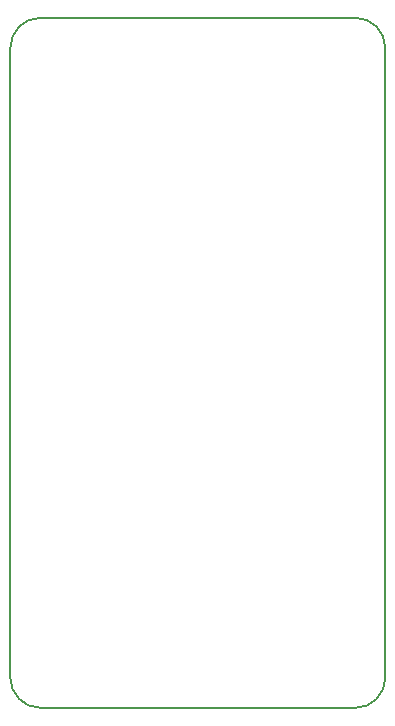
<source format=gm1>
G04 #@! TF.FileFunction,Profile,NP*
%FSLAX46Y46*%
G04 Gerber Fmt 4.6, Leading zero omitted, Abs format (unit mm)*
G04 Created by KiCad (PCBNEW 4.0.1-stable) date 2018/10/11 18:19:22*
%MOMM*%
G01*
G04 APERTURE LIST*
%ADD10C,0.100000*%
%ADD11C,0.150000*%
G04 APERTURE END LIST*
D10*
D11*
X170180000Y-107950000D02*
X171450000Y-107950000D01*
X170180000Y-166370000D02*
X171450000Y-166370000D01*
X142240000Y-163830000D02*
X142240000Y-110490000D01*
X142240000Y-163830000D02*
G75*
G03X144780000Y-166370000I2540000J0D01*
G01*
X144780000Y-166370000D02*
X170180000Y-166370000D01*
X173990000Y-110490000D02*
X173990000Y-163830000D01*
X144780000Y-107950000D02*
X170180000Y-107950000D01*
X171450000Y-166370000D02*
G75*
G03X173990000Y-163830000I0J2540000D01*
G01*
X144780000Y-107950000D02*
G75*
G03X142240000Y-110490000I0J-2540000D01*
G01*
X173990000Y-110490000D02*
G75*
G03X171450000Y-107950000I-2540000J0D01*
G01*
M02*

</source>
